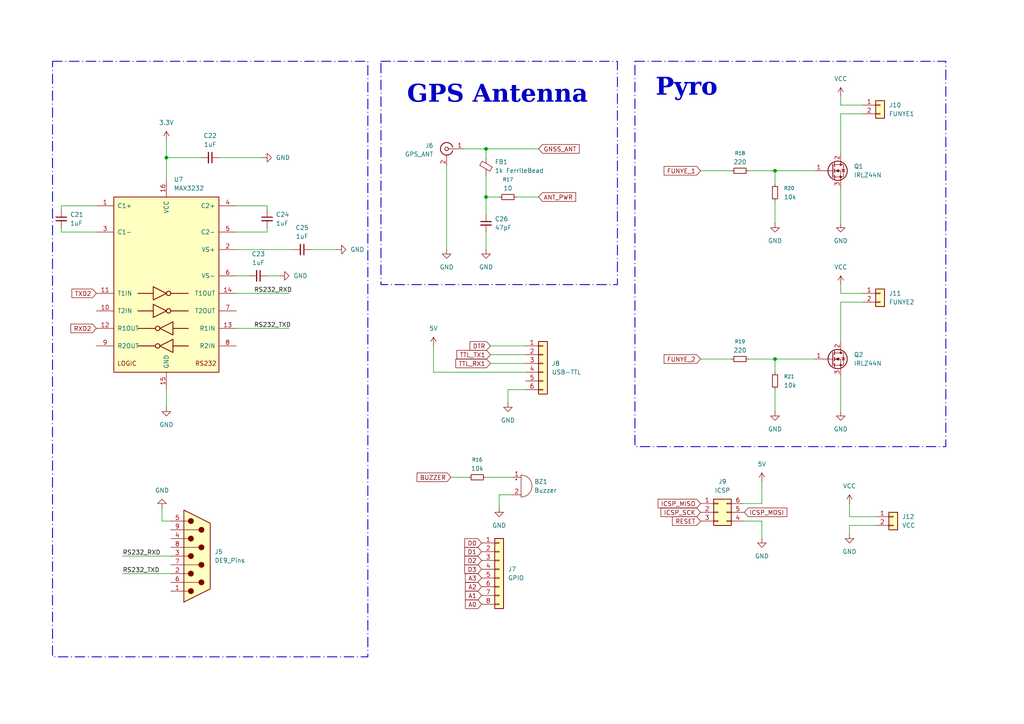
<source format=kicad_sch>
(kicad_sch (version 20250114) (generator "eeschema") (generator_version "9.0")
  (paper "A4")
  (lib_symbols
    (symbol "Connector:Conn_Coaxial" (pin_names (offset 1.016) (hide yes))
      (property "Reference" "J" (at 0.254 3.048 0))
      (property "Value" "Conn_Coaxial" (at 2.921 0 90))
      (symbol "Conn_Coaxial_0_1"
        (polyline (pts (xy -2.54 0) (xy -0.508 0)))
        (arc (start 1.778 0) (mid 0.222 -1.8079) (end -1.778 -0.508) (stroke (width 0.254)))
        (arc (start -1.778 0.508) (mid 0.2221 1.8084) (end 1.778 0) (stroke (width 0.254)))
        (circle (center 0 0) (radius 0.508) (stroke (width 0.2032)))
        (polyline (pts (xy 0 -2.54) (xy 0 -1.778)))
      )
      (symbol "Conn_Coaxial_1_1"
        (pin passive line (at -5.08 0 0) (length 2.54) (name "In") (number "1"))
        (pin passive line (at 0 -5.08 90) (length 2.54) (name "Ext") (number "2"))
      )
    )
    (symbol "Connector:DE9_Pins" (pin_names (offset 1.016) (hide yes))
      (property "Reference" "J" (at 0 13.97 0))
      (property "Value" "DE9_Pins" (at 0 -14.605 0))
      (symbol "DE9_Pins_0_1"
        (polyline (pts (xy -3.81 10.16) (xy -2.54 10.16)))
        (polyline (pts (xy -3.81 7.62) (xy 0.508 7.62)))
        (polyline (pts (xy -3.81 5.08) (xy -2.54 5.08)))
        (polyline (pts (xy -3.81 2.54) (xy 0.508 2.54)))
        (polyline (pts (xy -3.81 0) (xy -2.54 0)))
        (polyline (pts (xy -3.81 -2.54) (xy 0.508 -2.54)))
        (polyline (pts (xy -3.81 -5.08) (xy -2.54 -5.08)))
        (polyline (pts (xy -3.81 -7.62) (xy 0.508 -7.62)))
        (polyline (pts (xy -3.81 -10.16) (xy -2.54 -10.16)))
        (polyline (pts (xy -3.81 -13.335) (xy -3.81 13.335) (xy 3.81 9.525) (xy 3.81 -9.525) (xy -3.81 -13.335)) (stroke (width 0.254)) (fill (type background)))
        (circle (center -1.778 10.16) (radius 0.762) (fill (type outline)))
        (circle (center -1.778 5.08) (radius 0.762) (fill (type outline)))
        (circle (center -1.778 0) (radius 0.762) (fill (type outline)))
        (circle (center -1.778 -5.08) (radius 0.762) (fill (type outline)))
        (circle (center -1.778 -10.16) (radius 0.762) (fill (type outline)))
        (circle (center 1.27 7.62) (radius 0.762) (fill (type outline)))
        (circle (center 1.27 2.54) (radius 0.762) (fill (type outline)))
        (circle (center 1.27 -2.54) (radius 0.762) (fill (type outline)))
        (circle (center 1.27 -7.62) (radius 0.762) (fill (type outline)))
      )
      (symbol "DE9_Pins_1_1"
        (pin passive line (at -7.62 10.16 0) (length 3.81) (name "5") (number "5"))
        (pin passive line (at -7.62 7.62 0) (length 3.81) (name "9") (number "9"))
        (pin passive line (at -7.62 5.08 0) (length 3.81) (name "4") (number "4"))
        (pin passive line (at -7.62 2.54 0) (length 3.81) (name "8") (number "8"))
        (pin passive line (at -7.62 0 0) (length 3.81) (name "3") (number "3"))
        (pin passive line (at -7.62 -2.54 0) (length 3.81) (name "7") (number "7"))
        (pin passive line (at -7.62 -5.08 0) (length 3.81) (name "2") (number "2"))
        (pin passive line (at -7.62 -7.62 0) (length 3.81) (name "6") (number "6"))
        (pin passive line (at -7.62 -10.16 0) (length 3.81) (name "1") (number "1"))
      )
    )
    (symbol "Connector_Generic:Conn_01x02" (pin_names (offset 1.016) (hide yes))
      (property "Reference" "J" (at 0 2.54 0))
      (property "Value" "Conn_01x02" (at 0 -5.08 0))
      (symbol "Conn_01x02_1_1"
        (rectangle (start -1.27 1.27) (end 1.27 -3.81) (stroke (width 0.254)) (fill (type background)))
        (rectangle (start -1.27 0.127) (end 0 -0.127) (stroke (width 0.1524)))
        (rectangle (start -1.27 -2.413) (end 0 -2.667) (stroke (width 0.1524)))
        (pin passive line (at -5.08 0 0) (length 3.81) (name "Pin_1") (number "1"))
        (pin passive line (at -5.08 -2.54 0) (length 3.81) (name "Pin_2") (number "2"))
      )
    )
    (symbol "Connector_Generic:Conn_01x06" (pin_names (offset 1.016) (hide yes))
      (property "Reference" "J" (at 0 7.62 0))
      (property "Value" "Conn_01x06" (at 0 -10.16 0))
      (symbol "Conn_01x06_1_1"
        (rectangle (start -1.27 6.35) (end 1.27 -8.89) (stroke (width 0.254)) (fill (type background)))
        (rectangle (start -1.27 5.207) (end 0 4.953) (stroke (width 0.1524)))
        (rectangle (start -1.27 2.667) (end 0 2.413) (stroke (width 0.1524)))
        (rectangle (start -1.27 0.127) (end 0 -0.127) (stroke (width 0.1524)))
        (rectangle (start -1.27 -2.413) (end 0 -2.667) (stroke (width 0.1524)))
        (rectangle (start -1.27 -4.953) (end 0 -5.207) (stroke (width 0.1524)))
        (rectangle (start -1.27 -7.493) (end 0 -7.747) (stroke (width 0.1524)))
        (pin passive line (at -5.08 5.08 0) (length 3.81) (name "Pin_1") (number "1"))
        (pin passive line (at -5.08 2.54 0) (length 3.81) (name "Pin_2") (number "2"))
        (pin passive line (at -5.08 0 0) (length 3.81) (name "Pin_3") (number "3"))
        (pin passive line (at -5.08 -2.54 0) (length 3.81) (name "Pin_4") (number "4"))
        (pin passive line (at -5.08 -5.08 0) (length 3.81) (name "Pin_5") (number "5"))
        (pin passive line (at -5.08 -7.62 0) (length 3.81) (name "Pin_6") (number "6"))
      )
    )
    (symbol "Connector_Generic:Conn_01x08" (pin_names (offset 1.016) (hide yes))
      (property "Reference" "J" (at 0 10.16 0))
      (property "Value" "Conn_01x08" (at 0 -12.7 0))
      (symbol "Conn_01x08_1_1"
        (rectangle (start -1.27 8.89) (end 1.27 -11.43) (stroke (width 0.254)) (fill (type background)))
        (rectangle (start -1.27 7.747) (end 0 7.493) (stroke (width 0.1524)))
        (rectangle (start -1.27 5.207) (end 0 4.953) (stroke (width 0.1524)))
        (rectangle (start -1.27 2.667) (end 0 2.413) (stroke (width 0.1524)))
        (rectangle (start -1.27 0.127) (end 0 -0.127) (stroke (width 0.1524)))
        (rectangle (start -1.27 -2.413) (end 0 -2.667) (stroke (width 0.1524)))
        (rectangle (start -1.27 -4.953) (end 0 -5.207) (stroke (width 0.1524)))
        (rectangle (start -1.27 -7.493) (end 0 -7.747) (stroke (width 0.1524)))
        (rectangle (start -1.27 -10.033) (end 0 -10.287) (stroke (width 0.1524)))
        (pin passive line (at -5.08 7.62 0) (length 3.81) (name "Pin_1") (number "1"))
        (pin passive line (at -5.08 5.08 0) (length 3.81) (name "Pin_2") (number "2"))
        (pin passive line (at -5.08 2.54 0) (length 3.81) (name "Pin_3") (number "3"))
        (pin passive line (at -5.08 0 0) (length 3.81) (name "Pin_4") (number "4"))
        (pin passive line (at -5.08 -2.54 0) (length 3.81) (name "Pin_5") (number "5"))
        (pin passive line (at -5.08 -5.08 0) (length 3.81) (name "Pin_6") (number "6"))
        (pin passive line (at -5.08 -7.62 0) (length 3.81) (name "Pin_7") (number "7"))
        (pin passive line (at -5.08 -10.16 0) (length 3.81) (name "Pin_8") (number "8"))
      )
    )
    (symbol "Connector_Generic:Conn_02x03_Counter_Clockwise" (pin_names (offset 1.016) (hide yes))
      (property "Reference" "J" (at 1.27 5.08 0))
      (property "Value" "Conn_02x03_Counter_Clockwise" (at 1.27 -5.08 0))
      (symbol "Conn_02x03_Counter_Clockwise_1_1"
        (rectangle (start -1.27 3.81) (end 3.81 -3.81) (stroke (width 0.254)) (fill (type background)))
        (rectangle (start -1.27 2.667) (end 0 2.413) (stroke (width 0.1524)))
        (rectangle (start -1.27 0.127) (end 0 -0.127) (stroke (width 0.1524)))
        (rectangle (start -1.27 -2.413) (end 0 -2.667) (stroke (width 0.1524)))
        (rectangle (start 3.81 2.667) (end 2.54 2.413) (stroke (width 0.1524)))
        (rectangle (start 3.81 0.127) (end 2.54 -0.127) (stroke (width 0.1524)))
        (rectangle (start 3.81 -2.413) (end 2.54 -2.667) (stroke (width 0.1524)))
        (pin passive line (at -5.08 2.54 0) (length 3.81) (name "Pin_1") (number "1"))
        (pin passive line (at -5.08 0 0) (length 3.81) (name "Pin_2") (number "2"))
        (pin passive line (at -5.08 -2.54 0) (length 3.81) (name "Pin_3") (number "3"))
        (pin passive line (at 7.62 2.54 180) (length 3.81) (name "Pin_6") (number "6"))
        (pin passive line (at 7.62 0 180) (length 3.81) (name "Pin_5") (number "5"))
        (pin passive line (at 7.62 -2.54 180) (length 3.81) (name "Pin_4") (number "4"))
      )
    )
    (symbol "Device:Buzzer" (pin_names (offset 0.0254) (hide yes))
      (property "Reference" "BZ" (at 3.81 1.27 0))
      (property "Value" "Buzzer" (at 3.81 -1.27 0))
      (symbol "Buzzer_0_1"
        (polyline (pts (xy -1.651 1.905) (xy -1.143 1.905)))
        (polyline (pts (xy -1.397 2.159) (xy -1.397 1.651)))
        (arc (start 0 3.175) (mid 3.1612 0) (end 0 -3.175))
        (polyline (pts (xy 0 3.175) (xy 0 -3.175)))
      )
      (symbol "Buzzer_1_1"
        (pin passive line (at -2.54 2.54 0) (length 2.54) (name "+") (number "1"))
        (pin passive line (at -2.54 -2.54 0) (length 2.54) (name "-") (number "2"))
      )
    )
    (symbol "Device:C_Small" (pin_numbers (hide yes)) (pin_names (offset 0.254) (hide yes))
      (property "Reference" "C" (at 0.254 1.778 0))
      (property "Value" "C_Small" (at 0.254 -2.032 0))
      (symbol "C_Small_0_1"
        (polyline (pts (xy -1.524 0.508) (xy 1.524 0.508)) (stroke (width 0.3048)))
        (polyline (pts (xy -1.524 -0.508) (xy 1.524 -0.508)) (stroke (width 0.3302)))
      )
      (symbol "C_Small_1_1"
        (pin passive line (at 0 2.54 270) (length 2.032) (name "~") (number "1"))
        (pin passive line (at 0 -2.54 90) (length 2.032) (name "~") (number "2"))
      )
    )
    (symbol "Device:FerriteBead_Small" (pin_numbers (hide yes)) (pin_names (offset 0))
      (property "Reference" "FB" (at 1.905 1.27 0))
      (property "Value" "FerriteBead_Small" (at 1.905 -1.27 0))
      (symbol "FerriteBead_Small_0_1"
        (polyline (pts (xy -1.8288 0.2794) (xy -1.1176 1.4986) (xy 1.8288 -0.2032) (xy 1.1176 -1.4224) (xy -1.8288 0.2794)))
        (polyline (pts (xy 0 0.889) (xy 0 1.2954)))
        (polyline (pts (xy 0 -1.27) (xy 0 -0.7874)))
      )
      (symbol "FerriteBead_Small_1_1"
        (pin passive line (at 0 2.54 270) (length 1.27) (name "~") (number "1"))
        (pin passive line (at 0 -2.54 90) (length 1.27) (name "~") (number "2"))
      )
    )
    (symbol "Device:R_Small" (pin_numbers (hide yes)) (pin_names (offset 0.254) (hide yes))
      (property "Reference" "R" (at 0 0 90))
      (property "Value" "R_Small" (at 1.778 0 90))
      (symbol "R_Small_0_1"
        (rectangle (start -0.762 1.778) (end 0.762 -1.778) (stroke (width 0.2032)))
      )
      (symbol "R_Small_1_1"
        (pin passive line (at 0 2.54 270) (length 0.762) (name "~") (number "1"))
        (pin passive line (at 0 -2.54 90) (length 0.762) (name "~") (number "2"))
      )
    )
    (symbol "Interface_UART:MAX3232" (pin_names (offset 1.016))
      (property "Reference" "U" (at -2.54 28.575 0))
      (property "Value" "MAX3232" (at -2.54 26.67 0))
      (symbol "MAX3232_0_0"
        (text "LOGIC" (at -11.43 -22.86 0) (effects (font (size 1.27 1.27))))
        (text "RS232" (at 11.43 -22.86 0) (effects (font (size 1.27 1.27))))
      )
      (symbol "MAX3232_0_1"
        (rectangle (start -15.24 -25.4) (end 15.24 25.4) (stroke (width 0.254)) (fill (type background)))
        (polyline (pts (xy -3.81 -0.635) (xy -3.81 -4.445) (xy 0 -2.54) (xy -3.81 -0.635)) (stroke (width 0.254)))
        (polyline (pts (xy -3.81 -2.54) (xy -8.255 -2.54)) (stroke (width 0.254)))
        (polyline (pts (xy -3.81 -5.715) (xy -3.81 -9.525) (xy 0 -7.62) (xy -3.81 -5.715)) (stroke (width 0.254)))
        (polyline (pts (xy -3.81 -7.62) (xy -8.255 -7.62)) (stroke (width 0.254)))
        (polyline (pts (xy -3.175 -12.7) (xy -8.255 -12.7)) (stroke (width 0.254)))
        (polyline (pts (xy -3.175 -17.78) (xy -8.255 -17.78)) (stroke (width 0.254)))
        (circle (center -2.54 -12.7) (radius 0.635) (stroke (width 0.254)))
        (circle (center -2.54 -17.78) (radius 0.635) (stroke (width 0.254)))
        (circle (center 0.635 -2.54) (radius 0.635) (stroke (width 0.254)))
        (circle (center 0.635 -7.62) (radius 0.635) (stroke (width 0.254)))
        (polyline (pts (xy 1.27 -2.54) (xy 6.35 -2.54)) (stroke (width 0.254)))
        (polyline (pts (xy 1.27 -7.62) (xy 6.35 -7.62)) (stroke (width 0.254)))
        (polyline (pts (xy 1.905 -10.795) (xy 1.905 -14.605) (xy -1.905 -12.7) (xy 1.905 -10.795)) (stroke (width 0.254)))
        (polyline (pts (xy 1.905 -12.7) (xy 6.35 -12.7)) (stroke (width 0.254)))
        (polyline (pts (xy 1.905 -15.875) (xy 1.905 -19.685) (xy -1.905 -17.78) (xy 1.905 -15.875)) (stroke (width 0.254)))
        (polyline (pts (xy 1.905 -17.78) (xy 6.35 -17.78)) (stroke (width 0.254)))
      )
      (symbol "MAX3232_1_1"
        (pin passive line (at -20.32 22.86 0) (length 5.08) (name "C1+") (number "1"))
        (pin passive line (at -20.32 15.24 0) (length 5.08) (name "C1-") (number "3"))
        (pin input line (at -20.32 -2.54 0) (length 5.08) (name "T1IN") (number "11"))
        (pin input line (at -20.32 -7.62 0) (length 5.08) (name "T2IN") (number "10"))
        (pin output line (at -20.32 -12.7 0) (length 5.08) (name "R1OUT") (number "12"))
        (pin output line (at -20.32 -17.78 0) (length 5.08) (name "R2OUT") (number "9"))
        (pin power_in line (at 0 30.48 270) (length 5.08) (name "VCC") (number "16"))
        (pin power_in line (at 0 -30.48 90) (length 5.08) (name "GND") (number "15"))
        (pin passive line (at 20.32 22.86 180) (length 5.08) (name "C2+") (number "4"))
        (pin passive line (at 20.32 15.24 180) (length 5.08) (name "C2-") (number "5"))
        (pin power_out line (at 20.32 10.16 180) (length 5.08) (name "VS+") (number "2"))
        (pin power_out line (at 20.32 2.54 180) (length 5.08) (name "VS-") (number "6"))
        (pin output line (at 20.32 -2.54 180) (length 5.08) (name "T1OUT") (number "14"))
        (pin output line (at 20.32 -7.62 180) (length 5.08) (name "T2OUT") (number "7"))
        (pin input line (at 20.32 -12.7 180) (length 5.08) (name "R1IN") (number "13"))
        (pin input line (at 20.32 -17.78 180) (length 5.08) (name "R2IN") (number "8"))
      )
    )
    (symbol "Transistor_FET:IRLZ44N" (pin_names (hide yes))
      (property "Reference" "Q" (at 5.08 1.905 0))
      (property "Value" "IRLZ44N" (at 5.08 0 0))
      (symbol "IRLZ44N_0_1"
        (polyline (pts (xy 0.254 1.905) (xy 0.254 -1.905)) (stroke (width 0.254)))
        (polyline (pts (xy 0.254 0) (xy -2.54 0)))
        (polyline (pts (xy 0.762 2.286) (xy 0.762 1.27)) (stroke (width 0.254)))
        (polyline (pts (xy 0.762 0.508) (xy 0.762 -0.508)) (stroke (width 0.254)))
        (polyline (pts (xy 0.762 -1.27) (xy 0.762 -2.286)) (stroke (width 0.254)))
        (polyline (pts (xy 0.762 -1.778) (xy 3.302 -1.778) (xy 3.302 1.778) (xy 0.762 1.778)))
        (polyline (pts (xy 1.016 0) (xy 2.032 0.381) (xy 2.032 -0.381) (xy 1.016 0)) (fill (type outline)))
        (circle (center 1.651 0) (radius 2.794) (stroke (width 0.254)))
        (polyline (pts (xy 2.54 2.54) (xy 2.54 1.778)))
        (circle (center 2.54 1.778) (radius 0.254) (fill (type outline)))
        (circle (center 2.54 -1.778) (radius 0.254) (fill (type outline)))
        (polyline (pts (xy 2.54 -2.54) (xy 2.54 0) (xy 0.762 0)))
        (polyline (pts (xy 2.794 0.508) (xy 2.921 0.381) (xy 3.683 0.381) (xy 3.81 0.254)))
        (polyline (pts (xy 3.302 0.381) (xy 2.921 -0.254) (xy 3.683 -0.254) (xy 3.302 0.381)))
      )
      (symbol "IRLZ44N_1_1"
        (pin input line (at -5.08 0 0) (length 2.54) (name "G") (number "1"))
        (pin passive line (at 2.54 5.08 270) (length 2.54) (name "D") (number "2"))
        (pin passive line (at 2.54 -5.08 90) (length 2.54) (name "S") (number "3"))
      )
    )
    (symbol "power:GND" (power) (pin_numbers (hide yes)) (pin_names (offset 0) (hide yes))
      (property "Value" "GND" (at 0 -3.81 0))
      (symbol "GND_0_1"
        (polyline (pts (xy 0 0) (xy 0 -1.27) (xy 1.27 -1.27) (xy 0 -2.54) (xy -1.27 -1.27) (xy 0 -1.27)))
      )
      (symbol "GND_1_1"
        (pin power_in line (at 0 0 270) (length 0) (name "~") (number "1"))
      )
    )
    (symbol "power:VCC" (power) (pin_numbers (hide yes)) (pin_names (offset 0) (hide yes))
      (property "Value" "VCC" (at 0 3.556 0))
      (symbol "VCC_0_1"
        (polyline (pts (xy -0.762 1.27) (xy 0 2.54)))
        (polyline (pts (xy 0 2.54) (xy 0.762 1.27)))
        (polyline (pts (xy 0 0) (xy 0 2.54)))
      )
      (symbol "VCC_1_1"
        (pin power_in line (at 0 0 90) (length 0) (name "~") (number "1"))
      )
    )
  )
  (rectangle (start 15.24 17.78) (end 106.68 190.5) (stroke (width 0.254) (type dash_dot)))
  (rectangle (start 184.15 17.78) (end 274.32 129.54) (stroke (width 0.254) (type dash_dot)))
  (rectangle (start 110.49 17.78) (end 179.07 82.55) (stroke (width 0.254) (type dash_dot)))
  (text "GPS Antenna" (at 144.272 28.956 0) (effects (font (size 5.08 5.08) (thickness 0.762) (bold yes))))
  (text "Pyro" (at 199.136 26.924 0) (effects (font (size 5.08 5.08) (thickness 0.762) (bold yes))))
  (junction (at 140.97 43.18))
  (junction (at 48.26 45.72))
  (junction (at 224.79 104.14))
  (junction (at 224.79 49.53))
  (junction (at 140.97 57.15))
  (wire (pts (xy 215.9 151.13) (xy 220.98 151.13)))
  (wire (pts (xy 130.81 138.43) (xy 135.89 138.43)))
  (wire (pts (xy 250.19 33.02) (xy 243.84 33.02)))
  (wire (pts (xy 17.78 67.31) (xy 27.94 67.31)))
  (wire (pts (xy 220.98 146.05) (xy 220.98 139.7)))
  (wire (pts (xy 203.2 104.14) (xy 212.09 104.14)))
  (wire (pts (xy 142.24 105.41) (xy 152.4 105.41)))
  (wire (pts (xy 217.17 49.53) (xy 224.79 49.53)))
  (wire (pts (xy 17.78 60.96) (xy 17.78 59.69)))
  (wire (pts (xy 254 152.4) (xy 246.38 152.4)))
  (wire (pts (xy 215.9 146.05) (xy 220.98 146.05)))
  (wire (pts (xy 81.28 80.01) (xy 77.47 80.01)))
  (wire (pts (xy 243.84 30.48) (xy 250.19 30.48)))
  (wire (pts (xy 246.38 152.4) (xy 246.38 154.94)))
  (wire (pts (xy 48.26 40.64) (xy 48.26 45.72)))
  (wire (pts (xy 68.58 72.39) (xy 85.09 72.39)))
  (wire (pts (xy 68.58 95.25) (xy 83.82 95.25)))
  (wire (pts (xy 144.78 143.51) (xy 148.59 143.51)))
  (wire (pts (xy 224.79 104.14) (xy 224.79 107.95)))
  (wire (pts (xy 48.26 45.72) (xy 48.26 52.07)))
  (wire (pts (xy 224.79 49.53) (xy 236.22 49.53)))
  (wire (pts (xy 142.24 102.87) (xy 152.4 102.87)))
  (wire (pts (xy 224.79 104.14) (xy 236.22 104.14)))
  (wire (pts (xy 243.84 27.94) (xy 243.84 30.48)))
  (wire (pts (xy 224.79 64.77) (xy 224.79 58.42)))
  (wire (pts (xy 246.38 149.86) (xy 246.38 146.05)))
  (wire (pts (xy 46.99 151.13) (xy 49.53 151.13)))
  (wire (pts (xy 134.62 43.18) (xy 140.97 43.18)))
  (wire (pts (xy 125.73 107.95) (xy 152.4 107.95)))
  (wire (pts (xy 147.32 116.84) (xy 147.32 113.03)))
  (wire (pts (xy 147.32 113.03) (xy 152.4 113.03)))
  (wire (pts (xy 17.78 59.69) (xy 27.94 59.69)))
  (wire (pts (xy 224.79 49.53) (xy 224.79 53.34)))
  (wire (pts (xy 17.78 66.04) (xy 17.78 67.31)))
  (wire (pts (xy 140.97 50.8) (xy 140.97 57.15)))
  (wire (pts (xy 243.84 87.63) (xy 243.84 99.06)))
  (wire (pts (xy 68.58 85.09) (xy 83.82 85.09)))
  (wire (pts (xy 142.24 100.33) (xy 152.4 100.33)))
  (wire (pts (xy 140.97 43.18) (xy 140.97 45.72)))
  (wire (pts (xy 48.26 118.11) (xy 48.26 113.03)))
  (wire (pts (xy 129.54 48.26) (xy 129.54 72.39)))
  (wire (pts (xy 217.17 104.14) (xy 224.79 104.14)))
  (wire (pts (xy 243.84 64.77) (xy 243.84 54.61)))
  (wire (pts (xy 72.39 80.01) (xy 68.58 80.01)))
  (wire (pts (xy 250.19 87.63) (xy 243.84 87.63)))
  (wire (pts (xy 76.2 45.72) (xy 63.5 45.72)))
  (wire (pts (xy 254 149.86) (xy 246.38 149.86)))
  (wire (pts (xy 125.73 100.33) (xy 125.73 107.95)))
  (wire (pts (xy 97.79 72.39) (xy 90.17 72.39)))
  (wire (pts (xy 203.2 49.53) (xy 212.09 49.53)))
  (wire (pts (xy 58.42 45.72) (xy 48.26 45.72)))
  (wire (pts (xy 68.58 59.69) (xy 77.47 59.69)))
  (wire (pts (xy 35.56 161.29) (xy 49.53 161.29)))
  (wire (pts (xy 220.98 151.13) (xy 220.98 156.21)))
  (wire (pts (xy 243.84 82.55) (xy 243.84 85.09)))
  (wire (pts (xy 35.56 166.37) (xy 49.53 166.37)))
  (wire (pts (xy 77.47 59.69) (xy 77.47 60.96)))
  (wire (pts (xy 144.78 57.15) (xy 140.97 57.15)))
  (wire (pts (xy 144.78 147.32) (xy 144.78 143.51)))
  (wire (pts (xy 243.84 33.02) (xy 243.84 44.45)))
  (wire (pts (xy 140.97 57.15) (xy 140.97 62.23)))
  (wire (pts (xy 156.21 57.15) (xy 149.86 57.15)))
  (wire (pts (xy 156.21 43.18) (xy 140.97 43.18)))
  (wire (pts (xy 243.84 119.38) (xy 243.84 109.22)))
  (wire (pts (xy 77.47 67.31) (xy 68.58 67.31)))
  (wire (pts (xy 140.97 72.39) (xy 140.97 67.31)))
  (wire (pts (xy 224.79 119.38) (xy 224.79 113.03)))
  (wire (pts (xy 46.99 147.32) (xy 46.99 151.13)))
  (wire (pts (xy 140.97 138.43) (xy 148.59 138.43)))
  (wire (pts (xy 243.84 85.09) (xy 250.19 85.09)))
  (wire (pts (xy 77.47 66.04) (xy 77.47 67.31)))
  (label "RS232_RXD" (at 73.66 85.09 0))
  (label "RS232_RXD" (at 35.56 161.29 0))
  (label "RS232_TXD" (at 35.56 166.37 0))
  (label "RS232_TXD" (at 73.66 95.25 0))
  (global_label "DTR" (shape input) (at 142.24 100.33 180) (property "Intersheetrefs" "${INTERSHEET_REFS}" (effects (hide yes))))
  (global_label "A2" (shape input) (at 139.7 170.18 180) (property "Intersheetrefs" "${INTERSHEET_REFS}" (effects (hide yes))))
  (global_label "D1" (shape input) (at 139.7 160.02 180) (property "Intersheetrefs" "${INTERSHEET_REFS}" (effects (hide yes))))
  (global_label "ICSP_MOSI" (shape input) (at 215.9 148.59 0) (property "Intersheetrefs" "${INTERSHEET_REFS}" (effects (hide yes))))
  (global_label "D3" (shape input) (at 139.7 165.1 180) (property "Intersheetrefs" "${INTERSHEET_REFS}" (effects (hide yes))))
  (global_label "TTL_RX1" (shape input) (at 142.24 105.41 180) (property "Intersheetrefs" "${INTERSHEET_REFS}" (effects (hide yes))))
  (global_label "A1" (shape input) (at 139.7 172.72 180) (property "Intersheetrefs" "${INTERSHEET_REFS}" (effects (hide yes))))
  (global_label "D2" (shape input) (at 139.7 162.56 180) (property "Intersheetrefs" "${INTERSHEET_REFS}" (effects (hide yes))))
  (global_label "TTL_TX1" (shape input) (at 142.24 102.87 180) (property "Intersheetrefs" "${INTERSHEET_REFS}" (effects (hide yes))))
  (global_label "BUZZER" (shape input) (at 130.81 138.43 180) (property "Intersheetrefs" "${INTERSHEET_REFS}" (effects (hide yes))))
  (global_label "TXD2" (shape input) (at 27.94 85.09 180) (property "Intersheetrefs" "${INTERSHEET_REFS}" (effects (hide yes))))
  (global_label "ICSP_SCK" (shape input) (at 203.2 148.59 180) (property "Intersheetrefs" "${INTERSHEET_REFS}" (effects (hide yes))))
  (global_label "GNSS_ANT" (shape input) (at 156.21 43.18 0) (property "Intersheetrefs" "${INTERSHEET_REFS}" (effects (hide yes))))
  (global_label "A0" (shape input) (at 139.7 175.26 180) (property "Intersheetrefs" "${INTERSHEET_REFS}" (effects (hide yes))))
  (global_label "RESET" (shape input) (at 203.2 151.13 180) (property "Intersheetrefs" "${INTERSHEET_REFS}" (effects (hide yes))))
  (global_label "FUNYE_2" (shape input) (at 203.2 104.14 180) (property "Intersheetrefs" "${INTERSHEET_REFS}" (effects (hide yes))))
  (global_label "ICSP_MISO" (shape input) (at 203.2 146.05 180) (property "Intersheetrefs" "${INTERSHEET_REFS}" (effects (hide yes))))
  (global_label "RXD2" (shape input) (at 27.94 95.25 180) (property "Intersheetrefs" "${INTERSHEET_REFS}" (effects (hide yes))))
  (global_label "FUNYE_1" (shape input) (at 203.2 49.53 180) (property "Intersheetrefs" "${INTERSHEET_REFS}" (effects (hide yes))))
  (global_label "ANT_PWR" (shape input) (at 156.21 57.15 0) (property "Intersheetrefs" "${INTERSHEET_REFS}" (effects (hide yes))))
  (global_label "D0" (shape input) (at 139.7 157.48 180) (property "Intersheetrefs" "${INTERSHEET_REFS}" (effects (hide yes))))
  (global_label "A3" (shape input) (at 139.7 167.64 180) (property "Intersheetrefs" "${INTERSHEET_REFS}" (effects (hide yes))))
  (symbol (lib_id "Device:R_Small") (at 214.63 104.14 90) (unit 1)
    (property "Reference" "R19" (at 214.63 99.06 90) (effects (font (size 1.016 1.016))))
    (property "Value" "220" (at 214.63 101.6 90))
    (property "Footprint" "Resistor_SMD:R_0603_1608Metric_Pad0.98x0.95mm_HandSolder" (effects (hide yes)))
    (property "Description" "Resistor, small symbol" (effects (hide yes)))
  )
  (symbol (lib_id "power:GND") (at 97.79 72.39 90) (unit 1)
    (property "Reference" "#PWR064" (effects (hide yes)))
    (property "Value" "GND" (at 101.6 72.3899 90) (effects (justify right)))
    (property "Description" "Power symbol creates a global label with name \"GND\" , ground" (effects (hide yes)))
  )
  (symbol (lib_id "power:GND") (at 81.28 80.01 90) (unit 1)
    (property "Reference" "#PWR063" (effects (hide yes)))
    (property "Value" "GND" (at 85.09 80.0099 90) (effects (justify right)))
    (property "Description" "Power symbol creates a global label with name \"GND\" , ground" (effects (hide yes)))
  )
  (symbol (lib_id "power:GND") (at 147.32 116.84 0) (unit 1)
    (property "Reference" "#PWR069" (effects (hide yes)))
    (property "Value" "GND" (at 147.32 121.92 0))
    (property "Description" "Power symbol creates a global label with name \"GND\" , ground" (effects (hide yes)))
  )
  (symbol (lib_id "Connector_Generic:Conn_02x03_Counter_Clockwise") (at 208.28 148.59 0) (unit 1)
    (property "Reference" "J9" (at 209.55 139.7 0))
    (property "Value" "ICSP" (at 209.55 142.24 0))
    (property "Footprint" "Connector_PinHeader_2.54mm:PinHeader_2x03_P2.54mm_Vertical" (effects (hide yes)))
    (property "Description" "Generic connector, double row, 02x03, counter clockwise pin numbering scheme (similar to DIP package numbering), script generated (kicad-library-utils/schlib/autogen/connector/)" (effects (hide yes)))
  )
  (symbol (lib_id "power:GND") (at 140.97 72.39 0) (unit 1)
    (property "Reference" "#PWR067" (effects (hide yes)))
    (property "Value" "GND" (at 140.97 77.47 0))
    (property "Description" "Power symbol creates a global label with name \"GND\" , ground" (effects (hide yes)))
  )
  (symbol (lib_id "Device:R_Small") (at 224.79 55.88 0) (unit 1)
    (property "Reference" "R20" (at 227.33 54.6099 0) (effects (font (size 1.016 1.016)) (justify left)))
    (property "Value" "10k" (at 227.33 57.1499 0) (effects (justify left)))
    (property "Footprint" "Resistor_SMD:R_0603_1608Metric_Pad0.98x0.95mm_HandSolder" (effects (hide yes)))
    (property "Description" "Resistor, small symbol" (effects (hide yes)))
  )
  (symbol (lib_id "Transistor_FET:IRLZ44N") (at 241.3 104.14 0) (unit 1)
    (property "Reference" "Q2" (at 247.65 102.8699 0) (effects (justify left)))
    (property "Value" "IRLZ44N" (at 247.65 105.4099 0) (effects (justify left)))
    (property "Footprint" "Package_TO_SOT_THT:TO-220-3_Vertical" (effects (hide yes)))
    (property "Datasheet" "http://www.irf.com/product-info/datasheets/data/irlz44n.pdf" (effects (hide yes)))
    (property "Description" "47A Id, 55V Vds, 22mOhm Rds Single N-Channel HEXFET Power MOSFET, TO-220AB" (effects (hide yes)))
  )
  (symbol (lib_id "Device:R_Small") (at 138.43 138.43 90) (unit 1)
    (property "Reference" "R16" (at 138.43 133.35 90) (effects (font (size 1.016 1.016))))
    (property "Value" "10k" (at 138.43 135.89 90))
    (property "Footprint" "Resistor_SMD:R_0603_1608Metric_Pad0.98x0.95mm_HandSolder" (effects (hide yes)))
    (property "Description" "Resistor, small symbol" (effects (hide yes)))
  )
  (symbol (lib_id "Device:R_Small") (at 214.63 49.53 90) (unit 1)
    (property "Reference" "R18" (at 214.63 44.45 90) (effects (font (size 1.016 1.016))))
    (property "Value" "220" (at 214.63 46.99 90))
    (property "Footprint" "Resistor_SMD:R_0603_1608Metric_Pad0.98x0.95mm_HandSolder" (effects (hide yes)))
    (property "Description" "Resistor, small symbol" (effects (hide yes)))
  )
  (symbol (lib_id "power:GND") (at 46.99 147.32 180) (unit 1)
    (property "Reference" "#PWR059" (effects (hide yes)))
    (property "Value" "GND" (at 46.99 142.24 0))
    (property "Description" "Power symbol creates a global label with name \"GND\" , ground" (effects (hide yes)))
  )
  (symbol (lib_id "Device:C_Small") (at 17.78 63.5 0) (unit 1)
    (property "Reference" "C21" (at 20.32 62.2362 0) (effects (justify left)))
    (property "Value" "1uF" (at 20.32 64.7762 0) (effects (justify left)))
    (property "Footprint" "Capacitor_SMD:C_0603_1608Metric_Pad1.08x0.95mm_HandSolder" (effects (hide yes)))
    (property "Description" "Unpolarized capacitor, small symbol" (effects (hide yes)))
  )
  (symbol (lib_id "Device:R_Small") (at 224.79 110.49 0) (unit 1)
    (property "Reference" "R21" (at 227.33 109.2199 0) (effects (font (size 1.016 1.016)) (justify left)))
    (property "Value" "10k" (at 227.33 111.7599 0) (effects (justify left)))
    (property "Footprint" "Resistor_SMD:R_0603_1608Metric_Pad0.98x0.95mm_HandSolder" (effects (hide yes)))
    (property "Description" "Resistor, small symbol" (effects (hide yes)))
  )
  (symbol (lib_id "Device:Buzzer") (at 151.13 140.97 0) (unit 1)
    (property "Reference" "BZ1" (at 154.94 139.6999 0) (effects (justify left)))
    (property "Value" "Buzzer" (at 154.94 142.2399 0) (effects (justify left)))
    (property "Footprint" "Buzzer_Beeper:Buzzer_TDK_PS1240P02BT_D12.2mm_H6.5mm" (effects (hide yes)))
    (property "Description" "Buzzer, polarized" (effects (hide yes)))
  )
  (symbol (lib_id "power:GND") (at 224.79 64.77 0) (unit 1)
    (property "Reference" "#PWR072" (effects (hide yes)))
    (property "Value" "GND" (at 224.79 69.85 0))
    (property "Description" "Power symbol creates a global label with name \"GND\" , ground" (effects (hide yes)))
  )
  (symbol (lib_id "power:GND") (at 224.79 119.38 0) (unit 1)
    (property "Reference" "#PWR073" (effects (hide yes)))
    (property "Value" "GND" (at 224.79 124.46 0))
    (property "Description" "Power symbol creates a global label with name \"GND\" , ground" (effects (hide yes)))
  )
  (symbol (lib_id "power:VCC") (at 243.84 27.94 0) (unit 1)
    (property "Reference" "#PWR074" (effects (hide yes)))
    (property "Value" "VCC" (at 243.84 22.86 0))
    (property "Description" "Power symbol creates a global label with name \"VCC\"" (effects (hide yes)))
  )
  (symbol (lib_id "Connector:Conn_Coaxial") (at 129.54 43.18 0) (mirror y) (unit 1)
    (property "Reference" "J6" (at 125.73 42.2031 0) (effects (justify left)))
    (property "Value" "GPS_ANT" (at 125.73 44.7431 0) (effects (justify left)))
    (property "Footprint" "Connector_Coaxial:SMA_Amphenol_132134-11_Vertical" (effects (hide yes)))
    (property "Description" "coaxial connector (BNC, SMA, SMB, SMC, Cinch/RCA, LEMO, ...)" (effects (hide yes)))
  )
  (symbol (lib_id "Device:C_Small") (at 87.63 72.39 270) (unit 1)
    (property "Reference" "C25" (at 87.6236 66.04 90))
    (property "Value" "1uF" (at 87.6236 68.58 90))
    (property "Footprint" "Capacitor_SMD:C_0603_1608Metric_Pad1.08x0.95mm_HandSolder" (effects (hide yes)))
    (property "Description" "Unpolarized capacitor, small symbol" (effects (hide yes)))
  )
  (symbol (lib_id "power:GND") (at 48.26 118.11 0) (unit 1)
    (property "Reference" "#PWR061" (effects (hide yes)))
    (property "Value" "GND" (at 48.26 123.19 0))
    (property "Description" "Power symbol creates a global label with name \"GND\" , ground" (effects (hide yes)))
  )
  (symbol (lib_id "power:GND") (at 76.2 45.72 90) (unit 1)
    (property "Reference" "#PWR062" (effects (hide yes)))
    (property "Value" "GND" (at 80.01 45.7199 90) (effects (justify right)))
    (property "Description" "Power symbol creates a global label with name \"GND\" , ground" (effects (hide yes)))
  )
  (symbol (lib_id "Device:C_Small") (at 77.47 63.5 0) (unit 1)
    (property "Reference" "C24" (at 80.01 62.2362 0) (effects (justify left)))
    (property "Value" "1uF" (at 80.01 64.7762 0) (effects (justify left)))
    (property "Footprint" "Capacitor_SMD:C_0603_1608Metric_Pad1.08x0.95mm_HandSolder" (effects (hide yes)))
    (property "Description" "Unpolarized capacitor, small symbol" (effects (hide yes)))
  )
  (symbol (lib_id "power:GND") (at 144.78 147.32 0) (unit 1)
    (property "Reference" "#PWR068" (effects (hide yes)))
    (property "Value" "GND" (at 144.78 152.4 0))
    (property "Description" "Power symbol creates a global label with name \"GND\" , ground" (effects (hide yes)))
  )
  (symbol (lib_id "power:VCC") (at 246.38 146.05 0) (unit 1)
    (property "Reference" "#PWR078" (effects (hide yes)))
    (property "Value" "VCC" (at 246.38 140.97 0))
    (property "Description" "Power symbol creates a global label with name \"VCC\"" (effects (hide yes)))
  )
  (symbol (lib_id "power:VCC") (at 125.73 100.33 0) (unit 1)
    (property "Reference" "#PWR065" (effects (hide yes)))
    (property "Value" "5V" (at 125.73 95.25 0))
    (property "Description" "Power symbol creates a global label with name \"VCC\"" (effects (hide yes)))
  )
  (symbol (lib_id "Connector_Generic:Conn_01x02") (at 255.27 85.09 0) (unit 1)
    (property "Reference" "J11" (at 257.81 85.0899 0) (effects (justify left)))
    (property "Value" "FUNYE2" (at 257.81 87.6299 0) (effects (justify left)))
    (property "Footprint" "TerminalBlock_Phoenix:TerminalBlock_Phoenix_MKDS-1,5-2_1x02_P5.00mm_Horizontal" (effects (hide yes)))
    (property "Description" "Generic connector, single row, 01x02, script generated (kicad-library-utils/schlib/autogen/connector/)" (effects (hide yes)))
  )
  (symbol (lib_id "power:GND") (at 243.84 119.38 0) (unit 1)
    (property "Reference" "#PWR077" (effects (hide yes)))
    (property "Value" "GND" (at 243.84 124.46 0))
    (property "Description" "Power symbol creates a global label with name \"GND\" , ground" (effects (hide yes)))
  )
  (symbol (lib_id "Device:C_Small") (at 140.97 64.77 0) (unit 1)
    (property "Reference" "C26" (at 143.51 63.5062 0) (effects (justify left)))
    (property "Value" "47pF" (at 143.51 66.0462 0) (effects (justify left)))
    (property "Footprint" "Capacitor_SMD:C_0603_1608Metric_Pad1.08x0.95mm_HandSolder" (effects (hide yes)))
    (property "Description" "Unpolarized capacitor, small symbol" (effects (hide yes)))
  )
  (symbol (lib_id "Device:C_Small") (at 74.93 80.01 270) (unit 1)
    (property "Reference" "C23" (at 74.9236 73.66 90))
    (property "Value" "1uF" (at 74.9236 76.2 90))
    (property "Footprint" "Capacitor_SMD:C_0603_1608Metric_Pad1.08x0.95mm_HandSolder" (effects (hide yes)))
    (property "Description" "Unpolarized capacitor, small symbol" (effects (hide yes)))
  )
  (symbol (lib_id "Device:R_Small") (at 147.32 57.15 90) (unit 1)
    (property "Reference" "R17" (at 147.32 52.07 90) (effects (font (size 1.016 1.016))))
    (property "Value" "10" (at 147.32 54.61 90))
    (property "Footprint" "Resistor_SMD:R_0603_1608Metric_Pad0.98x0.95mm_HandSolder" (effects (hide yes)))
    (property "Description" "Resistor, small symbol" (effects (hide yes)))
  )
  (symbol (lib_id "Transistor_FET:IRLZ44N") (at 241.3 49.53 0) (unit 1)
    (property "Reference" "Q1" (at 247.65 48.2599 0) (effects (justify left)))
    (property "Value" "IRLZ44N" (at 247.65 50.7999 0) (effects (justify left)))
    (property "Footprint" "Package_TO_SOT_THT:TO-220-3_Vertical" (effects (hide yes)))
    (property "Datasheet" "http://www.irf.com/product-info/datasheets/data/irlz44n.pdf" (effects (hide yes)))
    (property "Description" "47A Id, 55V Vds, 22mOhm Rds Single N-Channel HEXFET Power MOSFET, TO-220AB" (effects (hide yes)))
  )
  (symbol (lib_id "power:GND") (at 246.38 154.94 0) (unit 1)
    (property "Reference" "#PWR079" (effects (hide yes)))
    (property "Value" "GND" (at 246.38 160.02 0))
    (property "Description" "Power symbol creates a global label with name \"GND\" , ground" (effects (hide yes)))
  )
  (symbol (lib_id "Connector_Generic:Conn_01x08") (at 144.78 165.1 0) (unit 1)
    (property "Reference" "J7" (at 147.32 165.0999 0) (effects (justify left)))
    (property "Value" "GPIO" (at 147.32 167.6399 0) (effects (justify left)))
    (property "Footprint" "Connector_PinSocket_2.54mm:PinSocket_1x08_P2.54mm_Vertical" (effects (hide yes)))
    (property "Description" "Generic connector, single row, 01x08, script generated (kicad-library-utils/schlib/autogen/connector/)" (effects (hide yes)))
  )
  (symbol (lib_id "power:VCC") (at 220.98 139.7 0) (unit 1)
    (property "Reference" "#PWR070" (effects (hide yes)))
    (property "Value" "5V" (at 220.98 134.62 0))
    (property "Description" "Power symbol creates a global label with name \"VCC\"" (effects (hide yes)))
  )
  (symbol (lib_id "Connector:DE9_Pins") (at 57.15 161.29 0) (unit 1)
    (property "Reference" "J5" (at 62.23 160.0199 0) (effects (justify left)))
    (property "Value" "DE9_Pins" (at 62.23 162.5599 0) (effects (justify left)))
    (property "Footprint" "Connector_Dsub:DSUB-9_Socket_Vertical_P2.77x2.84mm_MountingHoles" (effects (hide yes)))
    (property "Description" "9-pin D-SUB connector, pins (male)" (effects (hide yes)))
  )
  (symbol (lib_id "power:GND") (at 129.54 72.39 0) (unit 1)
    (property "Reference" "#PWR066" (effects (hide yes)))
    (property "Value" "GND" (at 129.54 77.47 0))
    (property "Description" "Power symbol creates a global label with name \"GND\" , ground" (effects (hide yes)))
  )
  (symbol (lib_id "Connector_Generic:Conn_01x06") (at 157.48 105.41 0) (unit 1)
    (property "Reference" "J8" (at 160.02 105.4099 0) (effects (justify left)))
    (property "Value" "USB-TTL" (at 160.02 107.9499 0) (effects (justify left)))
    (property "Footprint" "Connector_PinSocket_2.54mm:PinSocket_1x06_P2.54mm_Horizontal" (effects (hide yes)))
    (property "Description" "Generic connector, single row, 01x06, script generated (kicad-library-utils/schlib/autogen/connector/)" (effects (hide yes)))
  )
  (symbol (lib_id "Device:FerriteBead_Small") (at 140.97 48.26 0) (unit 1)
    (property "Reference" "FB1" (at 143.51 46.9518 0) (effects (justify left)))
    (property "Value" "1k FerriteBead" (at 143.51 49.4918 0) (effects (justify left)))
    (property "Footprint" "Inductor_SMD:L_0805_2012Metric_Pad1.05x1.20mm_HandSolder" (effects (hide yes)))
    (property "Description" "Ferrite bead, small symbol" (effects (hide yes)))
  )
  (symbol (lib_id "Connector_Generic:Conn_01x02") (at 255.27 30.48 0) (unit 1)
    (property "Reference" "J10" (at 257.81 30.4799 0) (effects (justify left)))
    (property "Value" "FUNYE1" (at 257.81 33.0199 0) (effects (justify left)))
    (property "Footprint" "TerminalBlock_Phoenix:TerminalBlock_Phoenix_MKDS-1,5-2_1x02_P5.00mm_Horizontal" (effects (hide yes)))
    (property "Description" "Generic connector, single row, 01x02, script generated (kicad-library-utils/schlib/autogen/connector/)" (effects (hide yes)))
  )
  (symbol (lib_id "power:GND") (at 220.98 156.21 0) (unit 1)
    (property "Reference" "#PWR071" (effects (hide yes)))
    (property "Value" "GND" (at 220.98 161.29 0))
    (property "Description" "Power symbol creates a global label with name \"GND\" , ground" (effects (hide yes)))
  )
  (symbol (lib_id "power:GND") (at 243.84 64.77 0) (unit 1)
    (property "Reference" "#PWR075" (effects (hide yes)))
    (property "Value" "GND" (at 243.84 69.85 0))
    (property "Description" "Power symbol creates a global label with name \"GND\" , ground" (effects (hide yes)))
  )
  (symbol (lib_id "Connector_Generic:Conn_01x02") (at 259.08 149.86 0) (unit 1)
    (property "Reference" "J12" (at 261.62 149.8599 0) (effects (justify left)))
    (property "Value" "VCC" (at 261.62 152.3999 0) (effects (justify left)))
    (property "Footprint" "Connector_AMASS:AMASS_XT30U-F_1x02_P5.0mm_Vertical" (effects (hide yes)))
    (property "Description" "Generic connector, single row, 01x02, script generated (kicad-library-utils/schlib/autogen/connector/)" (effects (hide yes)))
  )
  (symbol (lib_id "power:VCC") (at 48.26 40.64 0) (unit 1)
    (property "Reference" "#PWR060" (effects (hide yes)))
    (property "Value" "3.3V" (at 48.26 35.56 0))
    (property "Description" "Power symbol creates a global label with name \"VCC\"" (effects (hide yes)))
  )
  (symbol (lib_id "Device:C_Small") (at 60.96 45.72 270) (unit 1)
    (property "Reference" "C22" (at 60.9536 39.37 90))
    (property "Value" "1uF" (at 60.9536 41.91 90))
    (property "Footprint" "Capacitor_SMD:C_0603_1608Metric_Pad1.08x0.95mm_HandSolder" (effects (hide yes)))
    (property "Description" "Unpolarized capacitor, small symbol" (effects (hide yes)))
  )
  (symbol (lib_id "power:VCC") (at 243.84 82.55 0) (unit 1)
    (property "Reference" "#PWR076" (effects (hide yes)))
    (property "Value" "VCC" (at 243.84 77.47 0))
    (property "Description" "Power symbol creates a global label with name \"VCC\"" (effects (hide yes)))
  )
  (symbol (lib_id "Interface_UART:MAX3232") (at 48.26 82.55 0) (unit 1)
    (property "Reference" "U7" (at 50.4033 52.07 0) (effects (justify left)))
    (property "Value" "MAX3232" (at 50.4033 54.61 0) (effects (justify left)))
    (property "Footprint" "Package_SO:SOIC-16_3.9x9.9mm_P1.27mm" (effects (hide yes)))
    (property "Datasheet" "https://datasheets.maximintegrated.com/en/ds/MAX3222-MAX3241.pdf" (effects (hide yes)))
    (property "Description" "3.0V to 5.5V, Low-Power, up to 1Mbps, True RS-232 Transceivers Using Four 0.1μF External Capacitors" (effects (hide yes)))
  )
)
</source>
